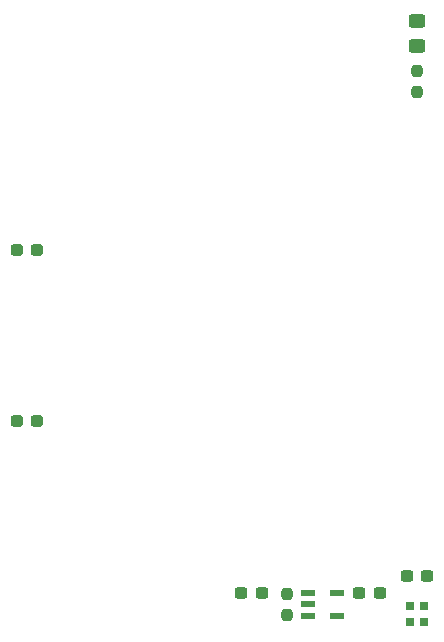
<source format=gbr>
%TF.GenerationSoftware,KiCad,Pcbnew,(5.99.0-12717-g57c7d663b0)*%
%TF.CreationDate,2021-10-22T11:27:58+02:00*%
%TF.ProjectId,Main_PCB,4d61696e-5f50-4434-922e-6b696361645f,rev?*%
%TF.SameCoordinates,Original*%
%TF.FileFunction,Paste,Top*%
%TF.FilePolarity,Positive*%
%FSLAX46Y46*%
G04 Gerber Fmt 4.6, Leading zero omitted, Abs format (unit mm)*
G04 Created by KiCad (PCBNEW (5.99.0-12717-g57c7d663b0)) date 2021-10-22 11:27:58*
%MOMM*%
%LPD*%
G01*
G04 APERTURE LIST*
G04 Aperture macros list*
%AMRoundRect*
0 Rectangle with rounded corners*
0 $1 Rounding radius*
0 $2 $3 $4 $5 $6 $7 $8 $9 X,Y pos of 4 corners*
0 Add a 4 corners polygon primitive as box body*
4,1,4,$2,$3,$4,$5,$6,$7,$8,$9,$2,$3,0*
0 Add four circle primitives for the rounded corners*
1,1,$1+$1,$2,$3*
1,1,$1+$1,$4,$5*
1,1,$1+$1,$6,$7*
1,1,$1+$1,$8,$9*
0 Add four rect primitives between the rounded corners*
20,1,$1+$1,$2,$3,$4,$5,0*
20,1,$1+$1,$4,$5,$6,$7,0*
20,1,$1+$1,$6,$7,$8,$9,0*
20,1,$1+$1,$8,$9,$2,$3,0*%
G04 Aperture macros list end*
%ADD10RoundRect,0.237500X-0.300000X-0.237500X0.300000X-0.237500X0.300000X0.237500X-0.300000X0.237500X0*%
%ADD11RoundRect,0.237500X-0.287500X-0.237500X0.287500X-0.237500X0.287500X0.237500X-0.287500X0.237500X0*%
%ADD12RoundRect,0.237500X-0.237500X0.250000X-0.237500X-0.250000X0.237500X-0.250000X0.237500X0.250000X0*%
%ADD13RoundRect,0.237500X0.300000X0.237500X-0.300000X0.237500X-0.300000X-0.237500X0.300000X-0.237500X0*%
%ADD14R,0.700000X0.750000*%
%ADD15R,1.200000X0.600000*%
%ADD16RoundRect,0.250000X-0.450000X0.325000X-0.450000X-0.325000X0.450000X-0.325000X0.450000X0.325000X0*%
G04 APERTURE END LIST*
D10*
%TO.C,C14*%
X192637500Y-119500000D03*
X194362500Y-119500000D03*
%TD*%
D11*
%TO.C,F1*%
X173625000Y-90500000D03*
X175375000Y-90500000D03*
%TD*%
D12*
%TO.C,R10*%
X207515000Y-75307500D03*
X207515000Y-77132500D03*
%TD*%
%TO.C,R1*%
X196500000Y-119587500D03*
X196500000Y-121412500D03*
%TD*%
D13*
%TO.C,C15*%
X204362500Y-119500000D03*
X202637500Y-119500000D03*
%TD*%
D14*
%TO.C,U1*%
X208100000Y-120668750D03*
X206900000Y-120668750D03*
X206900000Y-122018750D03*
X208100000Y-122018750D03*
%TD*%
D15*
%TO.C,PS1*%
X198250000Y-119550000D03*
X198250000Y-120500000D03*
X198250000Y-121450000D03*
X200750000Y-121450000D03*
X200750000Y-119550000D03*
%TD*%
D11*
%TO.C,F2*%
X173625000Y-105000000D03*
X175375000Y-105000000D03*
%TD*%
D16*
%TO.C,D1*%
X207500000Y-71150000D03*
X207500000Y-73200000D03*
%TD*%
D10*
%TO.C,C7*%
X206637500Y-118068750D03*
X208362500Y-118068750D03*
%TD*%
M02*

</source>
